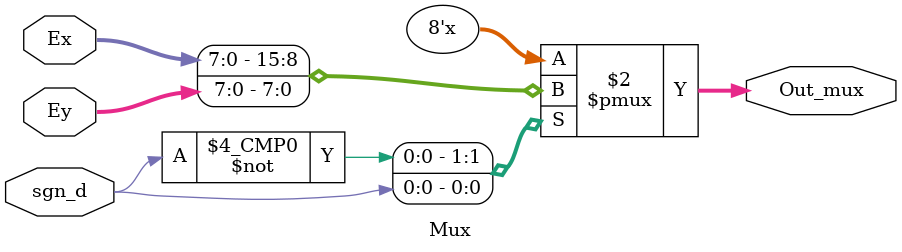
<source format=v>

module Mux(
	//input wire       CLK,
    input wire [7:0] Ex, 
    input wire [7:0] Ey,
    input wire  sgn_d, // d is sign of d 
	output reg[7:0] Out_mux
    );
always@(*) 
  begin      
		case(sgn_d)       
			1'b0 	: Out_mux = Ex ; // sign of subtraction is pos
			1'b1 	: Out_mux = Ey ; // sign of subtraction is neg
			default : Out_mux = Ex ; // check
			
		endcase
  end
endmodule   
</source>
